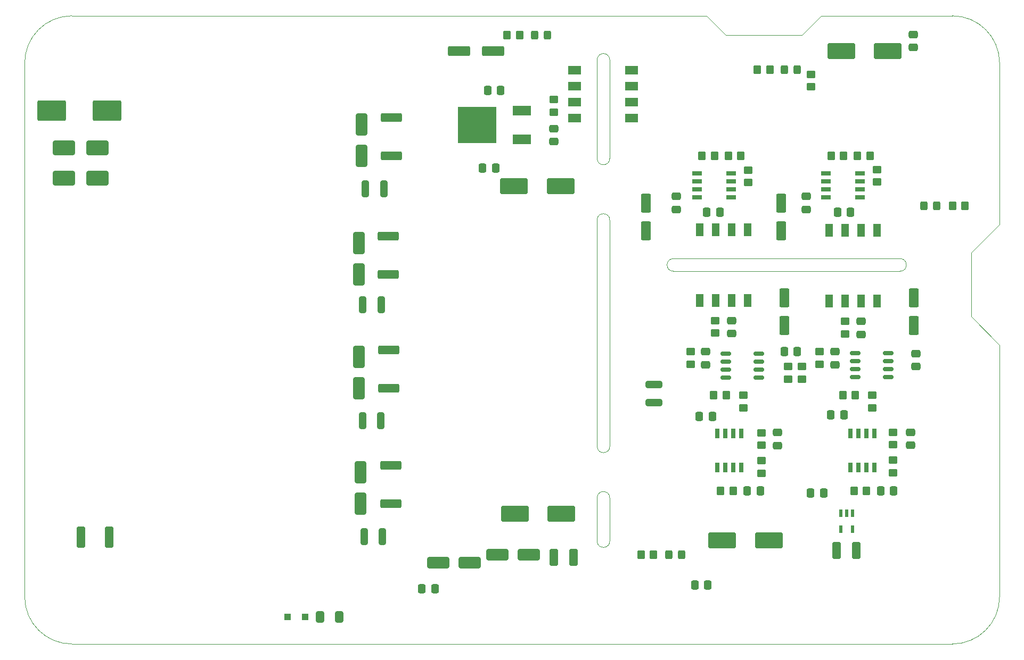
<source format=gbr>
G04 #@! TF.GenerationSoftware,KiCad,Pcbnew,7.0.7+dfsg-1*
G04 #@! TF.CreationDate,2024-12-03T08:15:38+01:00*
G04 #@! TF.ProjectId,evoIII-pulseboard,65766f49-4949-42d7-9075-6c7365626f61,rev?*
G04 #@! TF.SameCoordinates,Original*
G04 #@! TF.FileFunction,Paste,Top*
G04 #@! TF.FilePolarity,Positive*
%FSLAX46Y46*%
G04 Gerber Fmt 4.6, Leading zero omitted, Abs format (unit mm)*
G04 Created by KiCad (PCBNEW 7.0.7+dfsg-1) date 2024-12-03 08:15:38*
%MOMM*%
%LPD*%
G01*
G04 APERTURE LIST*
G04 Aperture macros list*
%AMRoundRect*
0 Rectangle with rounded corners*
0 $1 Rounding radius*
0 $2 $3 $4 $5 $6 $7 $8 $9 X,Y pos of 4 corners*
0 Add a 4 corners polygon primitive as box body*
4,1,4,$2,$3,$4,$5,$6,$7,$8,$9,$2,$3,0*
0 Add four circle primitives for the rounded corners*
1,1,$1+$1,$2,$3*
1,1,$1+$1,$4,$5*
1,1,$1+$1,$6,$7*
1,1,$1+$1,$8,$9*
0 Add four rect primitives between the rounded corners*
20,1,$1+$1,$2,$3,$4,$5,0*
20,1,$1+$1,$4,$5,$6,$7,0*
20,1,$1+$1,$6,$7,$8,$9,0*
20,1,$1+$1,$8,$9,$2,$3,0*%
G04 Aperture macros list end*
%ADD10RoundRect,0.250000X-0.450000X0.350000X-0.450000X-0.350000X0.450000X-0.350000X0.450000X0.350000X0*%
%ADD11RoundRect,0.250000X0.337500X0.475000X-0.337500X0.475000X-0.337500X-0.475000X0.337500X-0.475000X0*%
%ADD12RoundRect,0.250000X0.475000X-0.337500X0.475000X0.337500X-0.475000X0.337500X-0.475000X-0.337500X0*%
%ADD13RoundRect,0.250000X0.350000X0.450000X-0.350000X0.450000X-0.350000X-0.450000X0.350000X-0.450000X0*%
%ADD14RoundRect,0.250000X0.550000X-1.250000X0.550000X1.250000X-0.550000X1.250000X-0.550000X-1.250000X0*%
%ADD15RoundRect,0.250000X-1.950000X-1.000000X1.950000X-1.000000X1.950000X1.000000X-1.950000X1.000000X0*%
%ADD16R,0.650000X1.525000*%
%ADD17RoundRect,0.249999X1.425001X-0.450001X1.425001X0.450001X-1.425001X0.450001X-1.425001X-0.450001X0*%
%ADD18R,2.100000X1.450000*%
%ADD19R,1.300000X2.050000*%
%ADD20RoundRect,0.250000X-0.312500X-1.075000X0.312500X-1.075000X0.312500X1.075000X-0.312500X1.075000X0*%
%ADD21RoundRect,0.250000X-0.400000X-1.450000X0.400000X-1.450000X0.400000X1.450000X-0.400000X1.450000X0*%
%ADD22RoundRect,0.250000X0.412500X1.100000X-0.412500X1.100000X-0.412500X-1.100000X0.412500X-1.100000X0*%
%ADD23RoundRect,0.150000X-0.675000X-0.150000X0.675000X-0.150000X0.675000X0.150000X-0.675000X0.150000X0*%
%ADD24RoundRect,0.250000X0.450000X-0.350000X0.450000X0.350000X-0.450000X0.350000X-0.450000X-0.350000X0*%
%ADD25RoundRect,0.250000X-0.350000X-0.450000X0.350000X-0.450000X0.350000X0.450000X-0.350000X0.450000X0*%
%ADD26RoundRect,0.250000X-0.412500X-0.650000X0.412500X-0.650000X0.412500X0.650000X-0.412500X0.650000X0*%
%ADD27RoundRect,0.250000X1.500000X0.650000X-1.500000X0.650000X-1.500000X-0.650000X1.500000X-0.650000X0*%
%ADD28RoundRect,0.250000X-0.337500X-0.475000X0.337500X-0.475000X0.337500X0.475000X-0.337500X0.475000X0*%
%ADD29RoundRect,0.250000X1.950000X1.000000X-1.950000X1.000000X-1.950000X-1.000000X1.950000X-1.000000X0*%
%ADD30R,0.600000X1.200000*%
%ADD31RoundRect,0.250000X0.325000X0.450000X-0.325000X0.450000X-0.325000X-0.450000X0.325000X-0.450000X0*%
%ADD32R,3.000000X1.600000*%
%ADD33R,6.200000X5.800000*%
%ADD34RoundRect,0.250000X-0.650000X1.500000X-0.650000X-1.500000X0.650000X-1.500000X0.650000X1.500000X0*%
%ADD35RoundRect,0.250000X1.500000X0.900000X-1.500000X0.900000X-1.500000X-0.900000X1.500000X-0.900000X0*%
%ADD36RoundRect,0.250000X-1.075000X0.312500X-1.075000X-0.312500X1.075000X-0.312500X1.075000X0.312500X0*%
%ADD37RoundRect,0.250000X-0.475000X0.337500X-0.475000X-0.337500X0.475000X-0.337500X0.475000X0.337500X0*%
%ADD38RoundRect,0.250000X-0.412500X-1.100000X0.412500X-1.100000X0.412500X1.100000X-0.412500X1.100000X0*%
%ADD39RoundRect,0.250000X-0.325000X-0.450000X0.325000X-0.450000X0.325000X0.450000X-0.325000X0.450000X0*%
%ADD40R,1.525000X0.650000*%
%ADD41RoundRect,0.250000X1.500000X0.550000X-1.500000X0.550000X-1.500000X-0.550000X1.500000X-0.550000X0*%
%ADD42RoundRect,0.250000X-2.000000X1.400000X-2.000000X-1.400000X2.000000X-1.400000X2.000000X1.400000X0*%
%ADD43RoundRect,0.250000X-1.500000X-0.650000X1.500000X-0.650000X1.500000X0.650000X-1.500000X0.650000X0*%
%ADD44RoundRect,0.250000X0.300000X0.300000X-0.300000X0.300000X-0.300000X-0.300000X0.300000X-0.300000X0*%
%ADD45RoundRect,0.250000X-0.550000X1.250000X-0.550000X-1.250000X0.550000X-1.250000X0.550000X1.250000X0*%
G04 #@! TA.AperFunction,Profile*
%ADD46C,0.100000*%
G04 #@! TD*
G04 APERTURE END LIST*
D10*
X334634800Y-163312700D03*
X334634800Y-165312700D03*
D11*
X328000000Y-123750000D03*
X325925000Y-123750000D03*
D12*
X350520000Y-143197400D03*
X350520000Y-141122400D03*
D13*
X347720000Y-114812500D03*
X345720000Y-114812500D03*
D14*
X338300000Y-141800000D03*
X338300000Y-137400000D03*
D15*
X328390000Y-176000000D03*
X335790000Y-176000000D03*
D16*
X348808000Y-164430000D03*
X350078000Y-164430000D03*
X351348000Y-164430000D03*
X352618000Y-164430000D03*
X352618000Y-159006000D03*
X351348000Y-159006000D03*
X350078000Y-159006000D03*
X348808000Y-159006000D03*
D17*
X275307800Y-133648000D03*
X275307800Y-127548000D03*
D10*
X342490000Y-101800000D03*
X342490000Y-103800000D03*
D18*
X313985000Y-108810000D03*
X313985000Y-106270000D03*
X313985000Y-103730000D03*
X313985000Y-101190000D03*
X304885000Y-101190000D03*
X304885000Y-103730000D03*
X304885000Y-106270000D03*
X304885000Y-108810000D03*
D19*
X345379000Y-137879000D03*
X347919000Y-137879000D03*
X350459000Y-137879000D03*
X352999000Y-137879000D03*
X352999000Y-126629000D03*
X350459000Y-126629000D03*
X347919000Y-126629000D03*
X345379000Y-126629000D03*
D20*
X271460500Y-175387000D03*
X274385500Y-175387000D03*
D21*
X226450000Y-175514000D03*
X230900000Y-175514000D03*
D11*
X293192200Y-104343200D03*
X291117200Y-104343200D03*
X347751400Y-156050000D03*
X345676400Y-156050000D03*
D13*
X327170000Y-114816000D03*
X325170000Y-114816000D03*
D22*
X349720000Y-177639000D03*
X346595000Y-177639000D03*
D12*
X346302200Y-148045000D03*
X346302200Y-145970000D03*
X325779000Y-148054400D03*
X325779000Y-145979400D03*
D23*
X328970600Y-146249400D03*
X328970600Y-147519400D03*
X328970600Y-148789400D03*
X328970600Y-150059400D03*
X334220600Y-150059400D03*
X334220600Y-148789400D03*
X334220600Y-147519400D03*
X334220600Y-146249400D03*
D17*
X275824000Y-114808000D03*
X275824000Y-108708000D03*
D24*
X301610000Y-107830000D03*
X301610000Y-105830000D03*
D10*
X343889200Y-145976600D03*
X343889200Y-147976600D03*
D13*
X296180000Y-95570000D03*
X294180000Y-95570000D03*
D10*
X331764600Y-152929600D03*
X331764600Y-154929600D03*
D24*
X341100000Y-150350000D03*
X341100000Y-148350000D03*
D25*
X365000000Y-122750000D03*
X367000000Y-122750000D03*
D26*
X264417500Y-188200000D03*
X267542500Y-188200000D03*
D27*
X288290000Y-179578000D03*
X283290000Y-179578000D03*
D28*
X342476000Y-168450000D03*
X344551000Y-168450000D03*
D13*
X351920000Y-114822500D03*
X349920000Y-114822500D03*
D29*
X354750000Y-98125000D03*
X347350000Y-98125000D03*
D30*
X349130000Y-171710000D03*
X348180000Y-171710000D03*
X347230000Y-171710000D03*
X347230000Y-174210000D03*
X349130000Y-174210000D03*
D15*
X295310000Y-119630000D03*
X302710000Y-119630000D03*
D10*
X347903800Y-141122400D03*
X347903800Y-143122400D03*
X353021000Y-116962500D03*
X353021000Y-118962500D03*
D23*
X349519200Y-146224000D03*
X349519200Y-147494000D03*
X349519200Y-148764000D03*
X349519200Y-150034000D03*
X354769200Y-150034000D03*
X354769200Y-148764000D03*
X354769200Y-147494000D03*
X354769200Y-146224000D03*
D11*
X326125000Y-183150000D03*
X324050000Y-183150000D03*
D31*
X321945000Y-178294000D03*
X319895000Y-178294000D03*
D32*
X296509600Y-112190800D03*
D33*
X289409600Y-109905800D03*
D32*
X296509600Y-107620800D03*
D10*
X327300000Y-141020800D03*
X327300000Y-143020800D03*
D34*
X271074200Y-109802000D03*
X271074200Y-114802000D03*
D35*
X229090200Y-118338600D03*
X223690200Y-118338600D03*
D13*
X329046800Y-152904200D03*
X327046800Y-152904200D03*
D28*
X324750000Y-156250000D03*
X326825000Y-156250000D03*
D36*
X317575000Y-151179600D03*
X317575000Y-154104600D03*
D25*
X349350000Y-168100000D03*
X351350000Y-168100000D03*
D34*
X270634200Y-128680200D03*
X270634200Y-133680200D03*
D37*
X337174800Y-158851700D03*
X337174800Y-160926700D03*
X359200000Y-146262500D03*
X359200000Y-148337500D03*
D10*
X352287800Y-152920200D03*
X352287800Y-154920200D03*
X334634800Y-158867700D03*
X334634800Y-160867700D03*
D37*
X321100000Y-121250000D03*
X321100000Y-123325000D03*
D12*
X358750000Y-97537500D03*
X358750000Y-95462500D03*
X329920600Y-143095800D03*
X329920600Y-141020800D03*
D10*
X355539000Y-158797000D03*
X355539000Y-160797000D03*
D38*
X301611900Y-178689000D03*
X304736900Y-178689000D03*
D20*
X271206500Y-156942250D03*
X274131500Y-156942250D03*
D39*
X338260000Y-101040000D03*
X340310000Y-101040000D03*
D34*
X270919200Y-165199200D03*
X270919200Y-170199200D03*
D40*
X350272000Y-121428500D03*
X350272000Y-120158500D03*
X350272000Y-118888500D03*
X350272000Y-117618500D03*
X344848000Y-117618500D03*
X344848000Y-118888500D03*
X344848000Y-120158500D03*
X344848000Y-121428500D03*
D37*
X301640000Y-110450000D03*
X301640000Y-112525000D03*
D35*
X229090200Y-113512600D03*
X223690200Y-113512600D03*
D28*
X332389100Y-168093400D03*
X334464100Y-168093400D03*
D20*
X271272000Y-138510050D03*
X274197000Y-138510050D03*
D19*
X324830400Y-137842000D03*
X327370400Y-137842000D03*
X329910400Y-137842000D03*
X332450400Y-137842000D03*
X332450400Y-126592000D03*
X329910400Y-126592000D03*
X327370400Y-126592000D03*
X324830400Y-126592000D03*
D34*
X270634200Y-146774600D03*
X270634200Y-151774600D03*
D15*
X295410400Y-171754800D03*
X302810400Y-171754800D03*
D41*
X291970000Y-98110000D03*
X286570000Y-98110000D03*
D42*
X230612400Y-107594400D03*
X221812400Y-107594400D03*
D11*
X348787500Y-123750000D03*
X346712500Y-123750000D03*
D10*
X355539000Y-163242000D03*
X355539000Y-165242000D03*
D28*
X280662500Y-183680000D03*
X282737500Y-183680000D03*
D14*
X358900000Y-141800000D03*
X358900000Y-137400000D03*
D13*
X331380000Y-114786000D03*
X329380000Y-114786000D03*
X317475000Y-178294000D03*
X315475000Y-178294000D03*
D43*
X292688000Y-178308000D03*
X297688000Y-178308000D03*
D11*
X292395000Y-116700000D03*
X290320000Y-116700000D03*
D39*
X360450000Y-122750000D03*
X362500000Y-122750000D03*
D37*
X341750000Y-121250000D03*
X341750000Y-123325000D03*
D44*
X262060000Y-188170000D03*
X259260000Y-188170000D03*
D17*
X275409400Y-151793200D03*
X275409400Y-145693200D03*
D20*
X271653000Y-120056650D03*
X274578000Y-120056650D03*
D28*
X353589100Y-168100000D03*
X355664100Y-168100000D03*
D45*
X337750000Y-122300000D03*
X337750000Y-126700000D03*
D25*
X333960000Y-101040000D03*
X335960000Y-101040000D03*
D37*
X358333000Y-158797000D03*
X358333000Y-160872000D03*
D31*
X300612500Y-95570000D03*
X298562500Y-95570000D03*
D10*
X338900000Y-148350000D03*
X338900000Y-150350000D03*
D13*
X349570000Y-152894800D03*
X347570000Y-152894800D03*
D25*
X328150000Y-168093400D03*
X330150000Y-168093400D03*
D17*
X275745200Y-170180000D03*
X275745200Y-164080000D03*
D11*
X340337500Y-145950000D03*
X338262500Y-145950000D03*
D10*
X323366000Y-145986000D03*
X323366000Y-147986000D03*
D16*
X327649800Y-164423200D03*
X328919800Y-164423200D03*
X330189800Y-164423200D03*
X331459800Y-164423200D03*
X331459800Y-158999200D03*
X330189800Y-158999200D03*
X328919800Y-158999200D03*
X327649800Y-158999200D03*
D10*
X332500000Y-117036000D03*
X332500000Y-119036000D03*
D40*
X329783400Y-121405000D03*
X329783400Y-120135000D03*
X329783400Y-118865000D03*
X329783400Y-117595000D03*
X324359400Y-117595000D03*
X324359400Y-118865000D03*
X324359400Y-120135000D03*
X324359400Y-121405000D03*
D45*
X316250000Y-122300000D03*
X316250000Y-126700000D03*
D46*
X217500000Y-185000000D02*
X217500000Y-100000000D01*
X308515873Y-169241000D02*
X308515873Y-176126000D01*
X225000000Y-92500000D02*
G75*
G03*
X217500000Y-100000000I0J-7500000D01*
G01*
X308515873Y-125000000D02*
X308515873Y-161050000D01*
X365000000Y-192500000D02*
X225000000Y-192500000D01*
X325907400Y-92500000D02*
X328987600Y-95580200D01*
X356681400Y-133154200D02*
G75*
G03*
X356681400Y-131154000I0J1000100D01*
G01*
X217500000Y-185000000D02*
G75*
G03*
X225000000Y-192500000I7500000J0D01*
G01*
X310516127Y-169241000D02*
X310516127Y-176126000D01*
X320631400Y-133158254D02*
X356681400Y-133158254D01*
X328987600Y-95580200D02*
X341045800Y-95580200D01*
X372500000Y-100000000D02*
G75*
G03*
X365000000Y-92500000I-7500000J0D01*
G01*
X320631400Y-131157946D02*
G75*
G03*
X320631400Y-133158254I0J-1000154D01*
G01*
X308519873Y-161050000D02*
G75*
G03*
X310520127Y-161050000I1000127J0D01*
G01*
X308515873Y-176126000D02*
G75*
G03*
X310516127Y-176126000I1000127J0D01*
G01*
X308515873Y-115208873D02*
G75*
G03*
X310516127Y-115208873I1000127J0D01*
G01*
X225000000Y-92500000D02*
X325907400Y-92500000D01*
X365000000Y-192500000D02*
G75*
G03*
X372500000Y-185000000I0J7500000D01*
G01*
X310516127Y-99500000D02*
G75*
G03*
X309516000Y-98499873I-1000127J0D01*
G01*
X356681400Y-131154000D02*
X320631400Y-131154000D01*
X309516000Y-98499873D02*
G75*
G03*
X308515873Y-99500000I0J-1000127D01*
G01*
X372499673Y-125670327D02*
X367990000Y-130180000D01*
X372500000Y-100000000D02*
X372500000Y-125670000D01*
X372500000Y-185000000D02*
X372500000Y-144900000D01*
X310516127Y-169241000D02*
G75*
G03*
X308515873Y-169241000I-1000127J0D01*
G01*
X367990000Y-130180000D02*
X367990000Y-140390000D01*
X310516127Y-125000000D02*
G75*
G03*
X308515873Y-125000000I-1000127J0D01*
G01*
X367990000Y-140390000D02*
X372500055Y-144900055D01*
X308515873Y-115208873D02*
X308515873Y-99500000D01*
X344126000Y-92500000D02*
X365000000Y-92500000D01*
X310520127Y-161050000D02*
X310520127Y-125000000D01*
X341045800Y-95580200D02*
X344126000Y-92500000D01*
X310516127Y-99500000D02*
X310516127Y-115208873D01*
M02*

</source>
